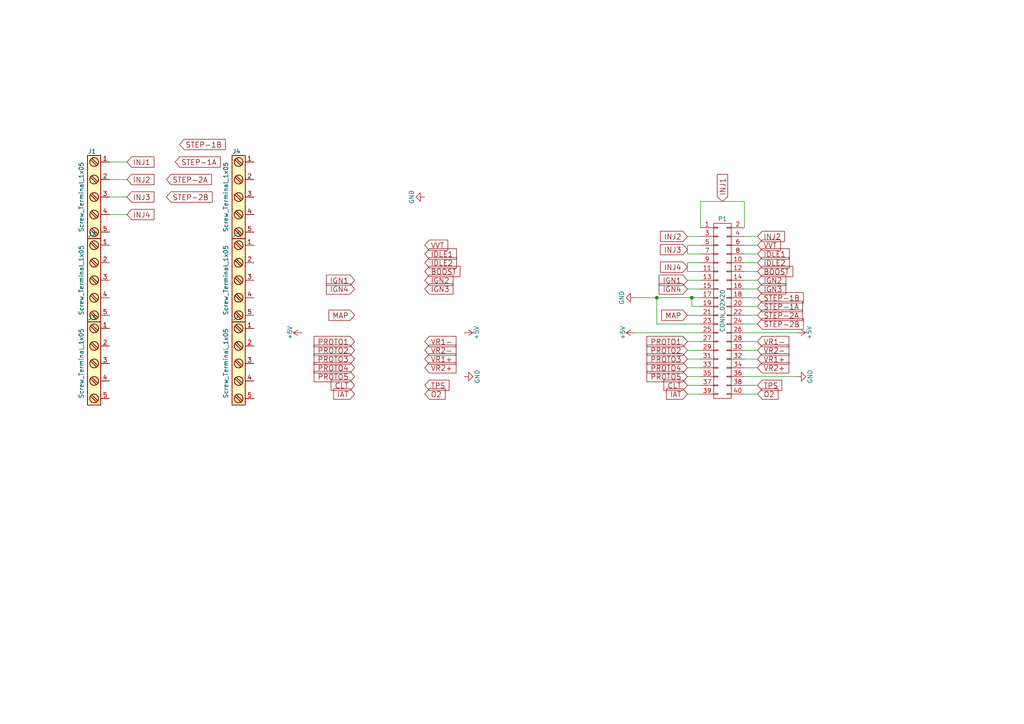
<source format=kicad_sch>
(kicad_sch (version 20230121) (generator eeschema)
  (paper "A4")
  (lib_symbols
    (symbol "Screw-terminal-interface-rescue:+5V" (power) (pin_names (offset 0))
      (property "Value" "+5V" (at 0 3.556 0))
      (symbol "+5V_0_1"
        (polyline (pts (xy -0.762 1.27) (xy 0 2.54)))
        (polyline (pts (xy 0 0) (xy 0 2.54)))
        (polyline (pts (xy 0 2.54) (xy 0.762 1.27)))
      )
      (symbol "+5V_1_1"
        (pin power_in line (at 0 0 90) (length 0) hide (name "+5V") (number "1"))
      )
    )
    (symbol "Screw-terminal-interface-rescue:CONN_02X20" (pin_names (offset 0.0254) hide)
      (property "Reference" "P" (at 0 26.67 0))
      (property "Value" "CONN_02X20" (at 0 0 90))
      (symbol "CONN_02X20_0_1"
        (rectangle (start -2.54 -24.003) (end -1.27 -24.257))
        (rectangle (start -2.54 -21.463) (end -1.27 -21.717))
        (rectangle (start -2.54 -18.923) (end -1.27 -19.177))
        (rectangle (start -2.54 -16.383) (end -1.27 -16.637))
        (rectangle (start -2.54 -13.843) (end -1.27 -14.097))
        (rectangle (start -2.54 -11.303) (end -1.27 -11.557))
        (rectangle (start -2.54 -8.763) (end -1.27 -9.017))
        (rectangle (start -2.54 -6.223) (end -1.27 -6.477))
        (rectangle (start -2.54 -3.683) (end -1.27 -3.937))
        (rectangle (start -2.54 -1.143) (end -1.27 -1.397))
        (rectangle (start -2.54 1.397) (end -1.27 1.143))
        (rectangle (start -2.54 3.937) (end -1.27 3.683))
        (rectangle (start -2.54 6.477) (end -1.27 6.223))
        (rectangle (start -2.54 9.017) (end -1.27 8.763))
        (rectangle (start -2.54 11.557) (end -1.27 11.303))
        (rectangle (start -2.54 14.097) (end -1.27 13.843))
        (rectangle (start -2.54 16.637) (end -1.27 16.383))
        (rectangle (start -2.54 19.177) (end -1.27 18.923))
        (rectangle (start -2.54 21.717) (end -1.27 21.463))
        (rectangle (start -2.54 24.257) (end -1.27 24.003))
        (rectangle (start -2.54 25.4) (end 2.54 -25.4))
        (rectangle (start 1.27 -24.003) (end 2.54 -24.257))
        (rectangle (start 1.27 -21.463) (end 2.54 -21.717))
        (rectangle (start 1.27 -18.923) (end 2.54 -19.177))
        (rectangle (start 1.27 -16.383) (end 2.54 -16.637))
        (rectangle (start 1.27 -13.843) (end 2.54 -14.097))
        (rectangle (start 1.27 -11.303) (end 2.54 -11.557))
        (rectangle (start 1.27 -8.763) (end 2.54 -9.017))
        (rectangle (start 1.27 -6.223) (end 2.54 -6.477))
        (rectangle (start 1.27 -3.683) (end 2.54 -3.937))
        (rectangle (start 1.27 -1.143) (end 2.54 -1.397))
        (rectangle (start 1.27 1.397) (end 2.54 1.143))
        (rectangle (start 1.27 3.937) (end 2.54 3.683))
        (rectangle (start 1.27 6.477) (end 2.54 6.223))
        (rectangle (start 1.27 9.017) (end 2.54 8.763))
        (rectangle (start 1.27 11.557) (end 2.54 11.303))
        (rectangle (start 1.27 14.097) (end 2.54 13.843))
        (rectangle (start 1.27 16.637) (end 2.54 16.383))
        (rectangle (start 1.27 19.177) (end 2.54 18.923))
        (rectangle (start 1.27 21.717) (end 2.54 21.463))
        (rectangle (start 1.27 24.257) (end 2.54 24.003))
      )
      (symbol "CONN_02X20_1_1"
        (pin passive line (at -6.35 24.13 0) (length 3.81) (name "P1") (number "1"))
        (pin passive line (at 6.35 13.97 180) (length 3.81) (name "P10") (number "10"))
        (pin passive line (at -6.35 11.43 0) (length 3.81) (name "P11") (number "11"))
        (pin passive line (at 6.35 11.43 180) (length 3.81) (name "P12") (number "12"))
        (pin passive line (at -6.35 8.89 0) (length 3.81) (name "P13") (number "13"))
        (pin passive line (at 6.35 8.89 180) (length 3.81) (name "P14") (number "14"))
        (pin passive line (at -6.35 6.35 0) (length 3.81) (name "P15") (number "15"))
        (pin passive line (at 6.35 6.35 180) (length 3.81) (name "P16") (number "16"))
        (pin passive line (at -6.35 3.81 0) (length 3.81) (name "P17") (number "17"))
        (pin passive line (at 6.35 3.81 180) (length 3.81) (name "P18") (number "18"))
        (pin passive line (at -6.35 1.27 0) (length 3.81) (name "P19") (number "19"))
        (pin passive line (at 6.35 24.13 180) (length 3.81) (name "P2") (number "2"))
        (pin passive line (at 6.35 1.27 180) (length 3.81) (name "P20") (number "20"))
        (pin passive line (at -6.35 -1.27 0) (length 3.81) (name "P21") (number "21"))
        (pin passive line (at 6.35 -1.27 180) (length 3.81) (name "P22") (number "22"))
        (pin passive line (at -6.35 -3.81 0) (length 3.81) (name "P23") (number "23"))
        (pin passive line (at 6.35 -3.81 180) (length 3.81) (name "P24") (number "24"))
        (pin passive line (at -6.35 -6.35 0) (length 3.81) (name "P25") (number "25"))
        (pin passive line (at 6.35 -6.35 180) (length 3.81) (name "P26") (number "26"))
        (pin passive line (at -6.35 -8.89 0) (length 3.81) (name "P27") (number "27"))
        (pin passive line (at 6.35 -8.89 180) (length 3.81) (name "P28") (number "28"))
        (pin passive line (at -6.35 -11.43 0) (length 3.81) (name "P29") (number "29"))
        (pin passive line (at -6.35 21.59 0) (length 3.81) (name "P3") (number "3"))
        (pin passive line (at 6.35 -11.43 180) (length 3.81) (name "P30") (number "30"))
        (pin passive line (at -6.35 -13.97 0) (length 3.81) (name "P31") (number "31"))
        (pin passive line (at 6.35 -13.97 180) (length 3.81) (name "P32") (number "32"))
        (pin passive line (at -6.35 -16.51 0) (length 3.81) (name "P33") (number "33"))
        (pin passive line (at 6.35 -16.51 180) (length 3.81) (name "P34") (number "34"))
        (pin passive line (at -6.35 -19.05 0) (length 3.81) (name "P35") (number "35"))
        (pin passive line (at 6.35 -19.05 180) (length 3.81) (name "P36") (number "36"))
        (pin passive line (at -6.35 -21.59 0) (length 3.81) (name "P37") (number "37"))
        (pin passive line (at 6.35 -21.59 180) (length 3.81) (name "P38") (number "38"))
        (pin passive line (at -6.35 -24.13 0) (length 3.81) (name "P39") (number "39"))
        (pin passive line (at 6.35 21.59 180) (length 3.81) (name "P4") (number "4"))
        (pin passive line (at 6.35 -24.13 180) (length 3.81) (name "P40") (number "40"))
        (pin passive line (at -6.35 19.05 0) (length 3.81) (name "P5") (number "5"))
        (pin passive line (at 6.35 19.05 180) (length 3.81) (name "P6") (number "6"))
        (pin passive line (at -6.35 16.51 0) (length 3.81) (name "P7") (number "7"))
        (pin passive line (at 6.35 16.51 180) (length 3.81) (name "P8") (number "8"))
        (pin passive line (at -6.35 13.97 0) (length 3.81) (name "P9") (number "9"))
      )
    )
    (symbol "Screw-terminal-interface-rescue:GND" (power) (pin_names (offset 0))
      (property "Value" "GND" (at 0 -3.81 0))
      (symbol "GND_0_1"
        (polyline (pts (xy 0 0) (xy 0 -1.27) (xy 1.27 -1.27) (xy 0 -2.54) (xy -1.27 -1.27) (xy 0 -1.27)))
      )
      (symbol "GND_1_1"
        (pin power_in line (at 0 0 270) (length 0) hide (name "GND") (number "1"))
      )
    )
    (symbol "Screw-terminal-interface-rescue:Screw_Terminal_1x05" (pin_names (offset 0.762) hide)
      (property "Reference" "J" (at 0 13.97 0))
      (property "Value" "Screw_Terminal_1x05" (at -3.81 0 90))
      (symbol "Screw_Terminal_1x05_0_1"
        (rectangle (start -1.27 -12.065) (end 2.54 12.065) (stroke (width 0.254)) (fill (type background)))
        (polyline (pts (xy -0.381 -4.445) (xy 1.27 -6.096)) (stroke (width 0.254)))
        (polyline (pts (xy -0.381 5.715) (xy 1.27 4.064)) (stroke (width 0.254)))
        (polyline (pts (xy 0 -9.144) (xy 1.651 -10.795)) (stroke (width 0.254)))
        (polyline (pts (xy 0 1.016) (xy 1.651 -0.635)) (stroke (width 0.254)))
        (polyline (pts (xy 0 11.176) (xy 1.651 9.525)) (stroke (width 0.254)))
        (polyline (pts (xy 1.27 -11.176) (xy -0.381 -9.525)) (stroke (width 0.254)))
        (polyline (pts (xy 1.27 -1.016) (xy -0.381 0.635)) (stroke (width 0.254)))
        (polyline (pts (xy 1.27 9.144) (xy -0.381 10.795)) (stroke (width 0.254)))
        (polyline (pts (xy 1.651 -5.715) (xy 0 -4.064)) (stroke (width 0.254)))
        (polyline (pts (xy 1.651 4.445) (xy 0 6.096)) (stroke (width 0.254)))
        (circle (center 0.635 -10.16) (radius 1.27) (stroke (width 0.254)))
        (circle (center 0.635 -5.08) (radius 1.27) (stroke (width 0.254)))
        (circle (center 0.635 0) (radius 1.27) (stroke (width 0.254)))
        (circle (center 0.635 5.08) (radius 1.27) (stroke (width 0.254)))
        (circle (center 0.635 10.16) (radius 1.27) (stroke (width 0.254)))
      )
      (symbol "Screw_Terminal_1x05_1_1"
        (pin passive line (at 5.08 10.16 180) (length 2.54) (name "~") (number "1"))
        (pin passive line (at 5.08 5.08 180) (length 2.54) (name "~") (number "2"))
        (pin passive line (at 5.08 0 180) (length 2.54) (name "~") (number "3"))
        (pin passive line (at 5.08 -5.08 180) (length 2.54) (name "~") (number "4"))
        (pin passive line (at 5.08 -10.16 180) (length 2.54) (name "~") (number "5"))
      )
    )
  )
  (junction (at 190.5 86.36))
  (junction (at 200.66 86.36))
  (wire (pts (xy 199.39 76.2) (xy 199.39 78.74)))
  (wire (pts (xy 215.9 86.36) (xy 219.71 86.36)))
  (wire (pts (xy 36.83 46.99) (xy 31.75 46.99)))
  (wire (pts (xy 203.2 58.42) (xy 215.9 58.42)))
  (wire (pts (xy 199.39 83.82) (xy 203.2 83.82)))
  (wire (pts (xy 31.75 62.23) (xy 36.83 62.23)))
  (wire (pts (xy 199.39 101.6) (xy 203.2 101.6)))
  (wire (pts (xy 219.71 99.06) (xy 215.9 99.06)))
  (wire (pts (xy 231.14 109.22) (xy 215.9 109.22)))
  (wire (pts (xy 199.39 71.12) (xy 199.39 73.66)))
  (wire (pts (xy 215.9 58.42) (xy 215.9 66.04)))
  (wire (pts (xy 219.71 93.98) (xy 215.9 93.98)))
  (wire (pts (xy 199.39 106.68) (xy 203.2 106.68)))
  (wire (pts (xy 199.39 78.74) (xy 203.2 78.74)))
  (wire (pts (xy 199.39 114.3) (xy 203.2 114.3)))
  (wire (pts (xy 200.66 86.36) (xy 203.2 86.36)))
  (wire (pts (xy 219.71 111.76) (xy 215.9 111.76)))
  (wire (pts (xy 219.71 78.74) (xy 215.9 78.74)))
  (wire (pts (xy 199.39 81.28) (xy 203.2 81.28)))
  (wire (pts (xy 199.39 73.66) (xy 203.2 73.66)))
  (wire (pts (xy 203.2 68.58) (xy 199.39 68.58)))
  (wire (pts (xy 219.71 71.12) (xy 215.9 71.12)))
  (wire (pts (xy 219.71 68.58) (xy 215.9 68.58)))
  (wire (pts (xy 215.9 91.44) (xy 219.71 91.44)))
  (wire (pts (xy 219.71 114.3) (xy 215.9 114.3)))
  (wire (pts (xy 219.71 104.14) (xy 215.9 104.14)))
  (wire (pts (xy 215.9 73.66) (xy 219.71 73.66)))
  (wire (pts (xy 199.39 99.06) (xy 203.2 99.06)))
  (wire (pts (xy 200.66 86.36) (xy 200.66 88.9)))
  (wire (pts (xy 184.15 96.52) (xy 203.2 96.52)))
  (wire (pts (xy 219.71 88.9) (xy 215.9 88.9)))
  (wire (pts (xy 203.2 71.12) (xy 199.39 71.12)))
  (wire (pts (xy 199.39 111.76) (xy 203.2 111.76)))
  (wire (pts (xy 200.66 88.9) (xy 203.2 88.9)))
  (wire (pts (xy 219.71 81.28) (xy 215.9 81.28)))
  (wire (pts (xy 199.39 109.22) (xy 203.2 109.22)))
  (wire (pts (xy 219.71 83.82) (xy 215.9 83.82)))
  (wire (pts (xy 31.75 52.07) (xy 36.83 52.07)))
  (wire (pts (xy 219.71 76.2) (xy 215.9 76.2)))
  (wire (pts (xy 199.39 91.44) (xy 203.2 91.44)))
  (wire (pts (xy 190.5 86.36) (xy 200.66 86.36)))
  (wire (pts (xy 199.39 76.2) (xy 203.2 76.2)))
  (wire (pts (xy 184.15 86.36) (xy 190.5 86.36)))
  (wire (pts (xy 36.83 57.15) (xy 31.75 57.15)))
  (wire (pts (xy 215.9 101.6) (xy 219.71 101.6)))
  (wire (pts (xy 199.39 104.14) (xy 203.2 104.14)))
  (wire (pts (xy 203.2 93.98) (xy 190.5 93.98)))
  (wire (pts (xy 219.71 106.68) (xy 215.9 106.68)))
  (wire (pts (xy 190.5 93.98) (xy 190.5 86.36)))
  (wire (pts (xy 231.14 96.52) (xy 215.9 96.52)))
  (wire (pts (xy 203.2 66.04) (xy 203.2 58.42)))
  (global_label "VR1+" (shape input) (at 123.19 104.14 0) (effects (font (size 1.524 1.524))) (property "Intersheetrefs" "${INTERSHEET_REFS}" (effects hide)))
  (global_label "IGN4" (shape input) (at 102.87 83.82 180) (effects (font (size 1.524 1.524))) (property "Intersheetrefs" "${INTERSHEET_REFS}" (effects hide)))
  (global_label "INJ3" (shape input) (at 36.83 57.15 0) (effects (font (size 1.524 1.524))) (property "Intersheetrefs" "${INTERSHEET_REFS}" (effects hide)))
  (global_label "STEP-1B" (shape input) (at 219.71 86.36 0) (effects (font (size 1.524 1.524))) (property "Intersheetrefs" "${INTERSHEET_REFS}" (effects hide)))
  (global_label "PROTO1" (shape input) (at 199.39 99.06 180) (effects (font (size 1.524 1.524))) (property "Intersheetrefs" "${INTERSHEET_REFS}" (effects hide)))
  (global_label "INJ2" (shape input) (at 36.83 52.07 0) (effects (font (size 1.524 1.524))) (property "Intersheetrefs" "${INTERSHEET_REFS}" (effects hide)))
  (global_label "O2" (shape input) (at 219.71 114.3 0) (effects (font (size 1.524 1.524))) (property "Intersheetrefs" "${INTERSHEET_REFS}" (effects hide)))
  (global_label "BOOST" (shape input) (at 219.71 78.74 0) (effects (font (size 1.524 1.524))) (property "Intersheetrefs" "${INTERSHEET_REFS}" (effects hide)))
  (global_label "IDLE1" (shape input) (at 219.71 73.66 0) (effects (font (size 1.524 1.524))) (property "Intersheetrefs" "${INTERSHEET_REFS}" (effects hide)))
  (global_label "STEP-2B" (shape input) (at 219.71 93.98 0) (effects (font (size 1.524 1.524))) (property "Intersheetrefs" "${INTERSHEET_REFS}" (effects hide)))
  (global_label "STEP-2B" (shape input) (at 48.26 57.15 0) (effects (font (size 1.524 1.524))) (property "Intersheetrefs" "${INTERSHEET_REFS}" (effects hide)))
  (global_label "IAT" (shape input) (at 199.39 114.3 180) (effects (font (size 1.524 1.524))) (property "Intersheetrefs" "${INTERSHEET_REFS}" (effects hide)))
  (global_label "STEP-2A" (shape input) (at 219.71 91.44 0) (effects (font (size 1.524 1.524))) (property "Intersheetrefs" "${INTERSHEET_REFS}" (effects hide)))
  (global_label "TPS" (shape input) (at 123.19 111.76 0) (effects (font (size 1.524 1.524))) (property "Intersheetrefs" "${INTERSHEET_REFS}" (effects hide)))
  (global_label "PROTO1" (shape input) (at 102.87 99.06 180) (effects (font (size 1.524 1.524))) (property "Intersheetrefs" "${INTERSHEET_REFS}" (effects hide)))
  (global_label "PROTO4" (shape input) (at 102.87 106.68 180) (effects (font (size 1.524 1.524))) (property "Intersheetrefs" "${INTERSHEET_REFS}" (effects hide)))
  (global_label "CLT" (shape input) (at 102.87 111.76 180) (effects (font (size 1.524 1.524))) (property "Intersheetrefs" "${INTERSHEET_REFS}" (effects hide)))
  (global_label "VR1+" (shape input) (at 219.71 104.14 0) (effects (font (size 1.524 1.524))) (property "Intersheetrefs" "${INTERSHEET_REFS}" (effects hide)))
  (global_label "IGN2" (shape input) (at 219.71 81.28 0) (effects (font (size 1.524 1.524))) (property "Intersheetrefs" "${INTERSHEET_REFS}" (effects hide)))
  (global_label "IGN4" (shape input) (at 199.39 83.82 180) (effects (font (size 1.524 1.524))) (property "Intersheetrefs" "${INTERSHEET_REFS}" (effects hide)))
  (global_label "VR2-" (shape input) (at 123.19 101.6 0) (effects (font (size 1.524 1.524))) (property "Intersheetrefs" "${INTERSHEET_REFS}" (effects hide)))
  (global_label "INJ4" (shape input) (at 36.83 62.23 0) (effects (font (size 1.524 1.524))) (property "Intersheetrefs" "${INTERSHEET_REFS}" (effects hide)))
  (global_label "IDLE2" (shape input) (at 123.19 76.2 0) (effects (font (size 1.524 1.524))) (property "Intersheetrefs" "${INTERSHEET_REFS}" (effects hide)))
  (global_label "IGN2" (shape input) (at 123.19 81.28 0) (effects (font (size 1.524 1.524))) (property "Intersheetrefs" "${INTERSHEET_REFS}" (effects hide)))
  (global_label "INJ2" (shape input) (at 219.71 68.58 0) (effects (font (size 1.524 1.524))) (property "Intersheetrefs" "${INTERSHEET_REFS}" (effects hide)))
  (global_label "IGN1" (shape input) (at 199.39 81.28 180) (effects (font (size 1.524 1.524))) (property "Intersheetrefs" "${INTERSHEET_REFS}" (effects hide)))
  (global_label "PROTO4" (shape input) (at 199.39 106.68 180) (effects (font (size 1.524 1.524))) (property "Intersheetrefs" "${INTERSHEET_REFS}" (effects hide)))
  (global_label "PROTO2" (shape input) (at 199.39 101.6 180) (effects (font (size 1.524 1.524))) (property "Intersheetrefs" "${INTERSHEET_REFS}" (effects hide)))
  (global_label "STEP-1B" (shape input) (at 52.07 41.91 0) (effects (font (size 1.524 1.524))) (property "Intersheetrefs" "${INTERSHEET_REFS}" (effects hide)))
  (global_label "TPS" (shape input) (at 219.71 111.76 0) (effects (font (size 1.524 1.524))) (property "Intersheetrefs" "${INTERSHEET_REFS}" (effects hide)))
  (global_label "IDLE2" (shape input) (at 219.71 76.2 0) (effects (font (size 1.524 1.524))) (property "Intersheetrefs" "${INTERSHEET_REFS}" (effects hide)))
  (global_label "O2" (shape input) (at 123.19 114.3 0) (effects (font (size 1.524 1.524))) (property "Intersheetrefs" "${INTERSHEET_REFS}" (effects hide)))
  (global_label "IGN3" (shape input) (at 219.71 83.82 0) (effects (font (size 1.524 1.524))) (property "Intersheetrefs" "${INTERSHEET_REFS}" (effects hide)))
  (global_label "PROTO5" (shape input) (at 199.39 109.22 180) (effects (font (size 1.524 1.524))) (property "Intersheetrefs" "${INTERSHEET_REFS}" (effects hide)))
  (global_label "INJ3" (shape input) (at 199.39 72.39 180) (effects (font (size 1.524 1.524))) (property "Intersheetrefs" "${INTERSHEET_REFS}" (effects hide)))
  (global_label "INJ2" (shape input) (at 199.39 68.58 180) (effects (font (size 1.524 1.524))) (property "Intersheetrefs" "${INTERSHEET_REFS}" (effects hide)))
  (global_label "IAT" (shape input) (at 102.87 114.3 180) (effects (font (size 1.524 1.524))) (property "Intersheetrefs" "${INTERSHEET_REFS}" (effects hide)))
  (global_label "INJ4" (shape input) (at 199.39 77.47 180) (effects (font (size 1.524 1.524))) (property "Intersheetrefs" "${INTERSHEET_REFS}" (effects hide)))
  (global_label "VR1-" (shape input) (at 219.71 99.06 0) (effects (font (size 1.524 1.524))) (property "Intersheetrefs" "${INTERSHEET_REFS}" (effects hide)))
  (global_label "VR2-" (shape input) (at 219.71 101.6 0) (effects (font (size 1.524 1.524))) (property "Intersheetrefs" "${INTERSHEET_REFS}" (effects hide)))
  (global_label "VR1-" (shape input) (at 123.19 99.06 0) (effects (font (size 1.524 1.524))) (property "Intersheetrefs" "${INTERSHEET_REFS}" (effects hide)))
  (global_label "STEP-2A" (shape input) (at 48.26 52.07 0) (effects (font (size 1.524 1.524))) (property "Intersheetrefs" "${INTERSHEET_REFS}" (effects hide)))
  (global_label "INJ1" (shape input) (at 209.55 58.42 90) (effects (font (size 1.524 1.524))) (property "Intersheetrefs" "${INTERSHEET_REFS}" (effects hide)))
  (global_label "PROTO2" (shape input) (at 102.87 101.6 180) (effects (font (size 1.524 1.524))) (property "Intersheetrefs" "${INTERSHEET_REFS}" (effects hide)))
  (global_label "PROTO3" (shape input) (at 102.87 104.14 180) (effects (font (size 1.524 1.524))) (property "Intersheetrefs" "${INTERSHEET_REFS}" (effects hide)))
  (global_label "VVT" (shape input) (at 219.71 71.12 0) (effects (font (size 1.524 1.524))) (property "Intersheetrefs" "${INTERSHEET_REFS}" (effects hide)))
  (global_label "CLT" (shape input) (at 199.39 111.76 180) (effects (font (size 1.524 1.524))) (property "Intersheetrefs" "${INTERSHEET_REFS}" (effects hide)))
  (global_label "MAP" (shape input) (at 199.39 91.44 180) (effects (font (size 1.524 1.524))) (property "Intersheetrefs" "${INTERSHEET_REFS}" (effects hide)))
  (global_label "VVT" (shape input) (at 123.19 71.12 0) (effects (font (size 1.524 1.524))) (property "Intersheetrefs" "${INTERSHEET_REFS}" (effects hide)))
  (global_label "IGN1" (shape input) (at 102.87 81.28 180) (effects (font (size 1.524 1.524))) (property "Intersheetrefs" "${INTERSHEET_REFS}" (effects hide)))
  (global_label "IDLE1" (shape input) (at 123.19 73.66 0) (effects (font (size 1.524 1.524))) (property "Intersheetrefs" "${INTERSHEET_REFS}" (effects hide)))
  (global_label "BOOST" (shape input) (at 123.19 78.74 0) (effects (font (size 1.524 1.524))) (property "Intersheetrefs" "${INTERSHEET_REFS}" (effects hide)))
  (global_label "PROTO3" (shape input) (at 199.39 104.14 180) (effects (font (size 1.524 1.524))) (property "Intersheetrefs" "${INTERSHEET_REFS}" (effects hide)))
  (global_label "VR2+" (shape input) (at 219.71 106.68 0) (effects (font (size 1.524 1.524))) (property "Intersheetrefs" "${INTERSHEET_REFS}" (effects hide)))
  (global_label "PROTO5" (shape input) (at 102.87 109.22 180) (effects (font (size 1.524 1.524))) (property "Intersheetrefs" "${INTERSHEET_REFS}" (effects hide)))
  (global_label "MAP" (shape input) (at 102.87 91.44 180) (effects (font (size 1.524 1.524))) (property "Intersheetrefs" "${INTERSHEET_REFS}" (effects hide)))
  (global_label "VR2+" (shape input) (at 123.19 106.68 0) (effects (font (size 1.524 1.524))) (property "Intersheetrefs" "${INTERSHEET_REFS}" (effects hide)))
  (global_label "STEP-1A" (shape input) (at 50.8 46.99 0) (effects (font (size 1.524 1.524))) (property "Intersheetrefs" "${INTERSHEET_REFS}" (effects hide)))
  (global_label "INJ1" (shape input) (at 36.83 46.99 0) (effects (font (size 1.524 1.524))) (property "Intersheetrefs" "${INTERSHEET_REFS}" (effects hide)))
  (global_label "STEP-1A" (shape input) (at 219.71 88.9 0) (effects (font (size 1.524 1.524))) (property "Intersheetrefs" "${INTERSHEET_REFS}" (effects hide)))
  (global_label "IGN3" (shape input) (at 123.19 83.82 0) (effects (font (size 1.524 1.524))) (property "Intersheetrefs" "${INTERSHEET_REFS}" (effects hide)))
  (symbol (lib_id "Screw-terminal-interface-rescue:CONN_02X20") (at 209.55 90.17 0) (unit 1)
    (property "Reference" "P1" (at 209.55 63.5 0))
    (property "Value" "CONN_02X20" (at 209.55 90.17 90))
    (property "Footprint" "Connect:IDC_Header_Straight_40pins" (effects hide))
  )
  (symbol (lib_id "Screw-terminal-interface-rescue:GND") (at 184.15 86.36 270) (unit 1)
    (property "Reference" "#PWR01" (effects hide))
    (property "Value" "GND" (at 180.34 86.36 0))
  )
  (symbol (lib_id "Screw-terminal-interface-rescue:+5V") (at 184.15 96.52 90) (unit 1)
    (property "Reference" "#PWR02" (effects hide))
    (property "Value" "+5V" (at 180.594 96.52 0))
  )
  (symbol (lib_id "Screw-terminal-interface-rescue:GND") (at 231.14 109.22 90) (unit 1)
    (property "Reference" "#PWR03" (effects hide))
    (property "Value" "GND" (at 234.95 109.22 0))
  )
  (symbol (lib_id "Screw-terminal-interface-rescue:+5V") (at 231.14 96.52 270) (unit 1)
    (property "Reference" "#PWR04" (effects hide))
    (property "Value" "+5V" (at 234.696 96.52 0))
  )
  (symbol (lib_id "Screw-terminal-interface-rescue:GND") (at 123.19 57.15 270) (unit 1)
    (property "Reference" "#PWR05" (effects hide))
    (property "Value" "GND" (at 119.38 57.15 0))
  )
  (symbol (lib_id "Screw-terminal-interface-rescue:+5V") (at 87.63 96.52 90) (unit 1)
    (property "Reference" "#PWR06" (effects hide))
    (property "Value" "+5V" (at 84.074 96.52 0))
  )
  (symbol (lib_id "Screw-terminal-interface-rescue:GND") (at 134.62 109.22 90) (unit 1)
    (property "Reference" "#PWR07" (effects hide))
    (property "Value" "GND" (at 138.43 109.22 0))
  )
  (symbol (lib_id "Screw-terminal-interface-rescue:+5V") (at 134.62 96.52 270) (unit 1)
    (property "Reference" "#PWR08" (effects hide))
    (property "Value" "+5V" (at 138.176 96.52 0))
  )
  (symbol (lib_id "Screw-terminal-interface-rescue:Screw_Terminal_1x05") (at 26.67 57.15 0) (unit 1)
    (property "Reference" "J1" (at 26.67 43.18 0) (effects (justify top)))
    (property "Value" "Screw_Terminal_1x05" (at 22.86 57.15 90) (effects (justify top)))
    (property "Footprint" "TerminalBlock_Phoenix:TerminalBlock_Phoenix_PT-1,5-5-5.0-H_1x05_P5.00mm_Horizontal" (effects hide))
  )
  (symbol (lib_id "Screw-terminal-interface-rescue:Screw_Terminal_1x05") (at 26.67 81.28 0) (unit 1)
    (property "Reference" "J2" (at 26.67 67.31 0) (effects (justify top)))
    (property "Value" "Screw_Terminal_1x05" (at 22.86 81.28 90) (effects (justify top)))
    (property "Footprint" "TerminalBlock_Phoenix:TerminalBlock_Phoenix_PT-1,5-5-5.0-H_1x05_P5.00mm_Horizontal" (effects hide))
  )
  (symbol (lib_id "Screw-terminal-interface-rescue:Screw_Terminal_1x05") (at 26.67 105.41 0) (unit 1)
    (property "Reference" "J3" (at 26.67 91.44 0) (effects (justify top)))
    (property "Value" "Screw_Terminal_1x05" (at 22.86 105.41 90) (effects (justify top)))
    (property "Footprint" "TerminalBlock_Phoenix:TerminalBlock_Phoenix_PT-1,5-5-5.0-H_1x05_P5.00mm_Horizontal" (effects hide))
  )
  (symbol (lib_id "Screw-terminal-interface-rescue:Screw_Terminal_1x05") (at 68.58 57.15 0) (unit 1)
    (property "Reference" "J4" (at 68.58 43.18 0) (effects (justify top)))
    (property "Value" "Screw_Terminal_1x05" (at 64.77 57.15 90) (effects (justify top)))
    (property "Footprint" "TerminalBlock_Phoenix:TerminalBlock_Phoenix_PT-1,5-5-5.0-H_1x05_P5.00mm_Horizontal" (effects hide))
  )
  (symbol (lib_id "Screw-terminal-interface-rescue:Screw_Terminal_1x05") (at 68.58 81.28 0) (unit 1)
    (property "Reference" "J5" (at 68.58 67.31 0) (effects (justify top)))
    (property "Value" "Screw_Terminal_1x05" (at 64.77 81.28 90) (effects (justify top)))
    (property "Footprint" "TerminalBlock_Phoenix:TerminalBlock_Phoenix_PT-1,5-5-5.0-H_1x05_P5.00mm_Horizontal" (effects hide))
  )
  (symbol (lib_id "Screw-terminal-interface-rescue:Screw_Terminal_1x05") (at 68.58 105.41 0) (unit 1)
    (property "Reference" "J6" (at 68.58 91.44 0) (effects (justify top)))
    (property "Value" "Screw_Terminal_1x05" (at 64.77 105.41 90) (effects (justify top)))
    (property "Footprint" "TerminalBlock_Phoenix:TerminalBlock_Phoenix_PT-1,5-5-5.0-H_1x05_P5.00mm_Horizontal" (effects hide))
  )
)
</source>
